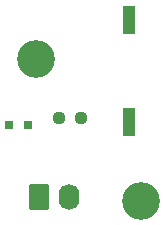
<source format=gbr>
%TF.GenerationSoftware,KiCad,Pcbnew,7.0.7*%
%TF.CreationDate,2023-09-06T19:49:04-05:00*%
%TF.ProjectId,prog1,70726f67-312e-46b6-9963-61645f706362,1.0*%
%TF.SameCoordinates,Original*%
%TF.FileFunction,Soldermask,Top*%
%TF.FilePolarity,Negative*%
%FSLAX46Y46*%
G04 Gerber Fmt 4.6, Leading zero omitted, Abs format (unit mm)*
G04 Created by KiCad (PCBNEW 7.0.7) date 2023-09-06 19:49:04*
%MOMM*%
%LPD*%
G01*
G04 APERTURE LIST*
G04 Aperture macros list*
%AMRoundRect*
0 Rectangle with rounded corners*
0 $1 Rounding radius*
0 $2 $3 $4 $5 $6 $7 $8 $9 X,Y pos of 4 corners*
0 Add a 4 corners polygon primitive as box body*
4,1,4,$2,$3,$4,$5,$6,$7,$8,$9,$2,$3,0*
0 Add four circle primitives for the rounded corners*
1,1,$1+$1,$2,$3*
1,1,$1+$1,$4,$5*
1,1,$1+$1,$6,$7*
1,1,$1+$1,$8,$9*
0 Add four rect primitives between the rounded corners*
20,1,$1+$1,$2,$3,$4,$5,0*
20,1,$1+$1,$4,$5,$6,$7,0*
20,1,$1+$1,$6,$7,$8,$9,0*
20,1,$1+$1,$8,$9,$2,$3,0*%
G04 Aperture macros list end*
%ADD10C,3.200000*%
%ADD11R,1.120000X2.440000*%
%ADD12RoundRect,0.237500X0.250000X0.237500X-0.250000X0.237500X-0.250000X-0.237500X0.250000X-0.237500X0*%
%ADD13O,1.740000X2.190000*%
%ADD14RoundRect,0.250000X-0.620000X-0.845000X0.620000X-0.845000X0.620000X0.845000X-0.620000X0.845000X0*%
%ADD15R,0.800000X0.800000*%
G04 APERTURE END LIST*
D10*
%TO.C,REF\u002A\u002A*%
X113000000Y-106000000D03*
%TD*%
%TO.C,REF\u002A\u002A*%
X104140000Y-93980000D03*
%TD*%
D11*
%TO.C,SW1*%
X112000000Y-99305000D03*
X112000000Y-90695000D03*
%TD*%
D12*
%TO.C,R1*%
X106087500Y-99000000D03*
X107912500Y-99000000D03*
%TD*%
D13*
%TO.C,J1*%
X106934000Y-105664000D03*
D14*
X104394000Y-105664000D03*
%TD*%
D15*
%TO.C,D1*%
X101816000Y-99568000D03*
X103416000Y-99568000D03*
%TD*%
M02*

</source>
